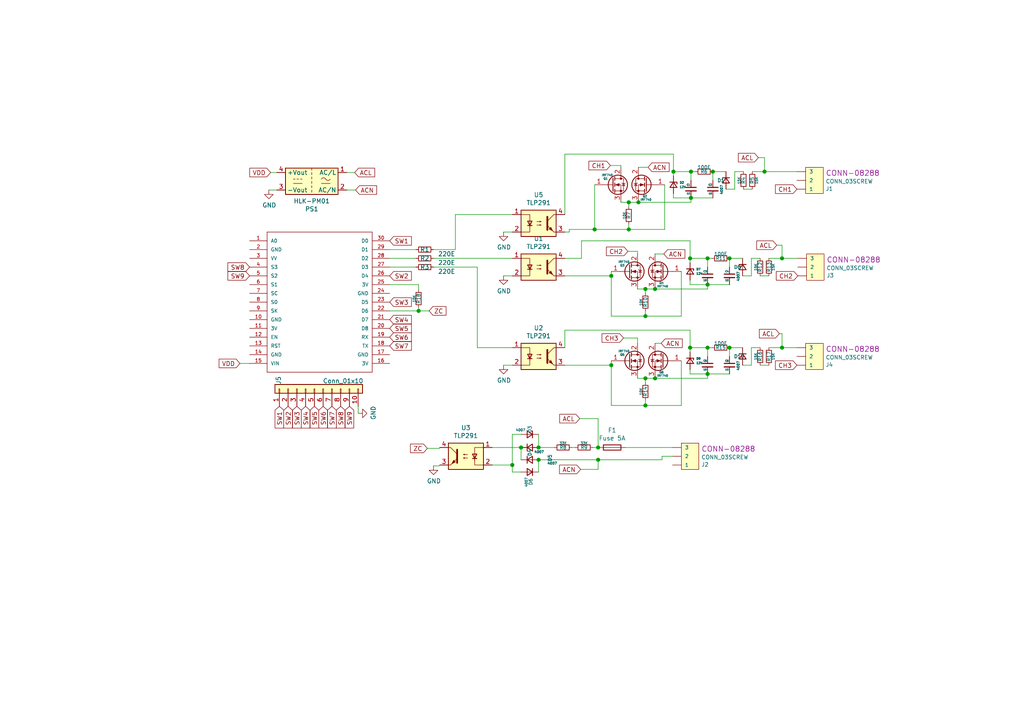
<source format=kicad_sch>
(kicad_sch (version 20210621) (generator eeschema)
  (paper "A4")
  (lib_symbols
    (symbol "Connector_Generic:Conn_01x10" (pin_names (offset 1.016) hide)
      (property "Reference" "J" (at 0 12.7 0))
      (property "Value" "Conn_01x10" (at 0 -15.24 0))
      (symbol "Conn_01x10_1_1"
        (rectangle (start -1.27 -12.573) (end 0 -12.827) (stroke (width 0.1524)))
        (rectangle (start -1.27 -10.033) (end 0 -10.287) (stroke (width 0.1524)))
        (rectangle (start -1.27 -7.493) (end 0 -7.747) (stroke (width 0.1524)))
        (rectangle (start -1.27 -4.953) (end 0 -5.207) (stroke (width 0.1524)))
        (rectangle (start -1.27 -2.413) (end 0 -2.667) (stroke (width 0.1524)))
        (rectangle (start -1.27 0.127) (end 0 -0.127) (stroke (width 0.1524)))
        (rectangle (start -1.27 2.667) (end 0 2.413) (stroke (width 0.1524)))
        (rectangle (start -1.27 5.207) (end 0 4.953) (stroke (width 0.1524)))
        (rectangle (start -1.27 7.747) (end 0 7.493) (stroke (width 0.1524)))
        (rectangle (start -1.27 10.287) (end 0 10.033) (stroke (width 0.1524)))
        (rectangle (start -1.27 11.43) (end 1.27 -13.97) (stroke (width 0.254)) (fill (type background)))
        (pin passive line (at -5.08 10.16 0) (length 3.81) (name "Pin_1") (number "1"))
        (pin passive line (at -5.08 -12.7 0) (length 3.81) (name "Pin_10") (number "10"))
        (pin passive line (at -5.08 7.62 0) (length 3.81) (name "Pin_2") (number "2"))
        (pin passive line (at -5.08 5.08 0) (length 3.81) (name "Pin_3") (number "3"))
        (pin passive line (at -5.08 2.54 0) (length 3.81) (name "Pin_4") (number "4"))
        (pin passive line (at -5.08 0 0) (length 3.81) (name "Pin_5") (number "5"))
        (pin passive line (at -5.08 -2.54 0) (length 3.81) (name "Pin_6") (number "6"))
        (pin passive line (at -5.08 -5.08 0) (length 3.81) (name "Pin_7") (number "7"))
        (pin passive line (at -5.08 -7.62 0) (length 3.81) (name "Pin_8") (number "8"))
        (pin passive line (at -5.08 -10.16 0) (length 3.81) (name "Pin_9") (number "9"))
      )
    )
    (symbol "Converter_ACDC:HLK-PM01"
      (property "Reference" "PS" (at 0 5.08 0))
      (property "Value" "HLK-PM01" (at 0 -5.08 0))
      (symbol "HLK-PM01_0_1"
        (arc (start -5.334 0.635) (end -4.064 0.635) (radius (at -4.699 0.9652) (length 0.7112) (angles -152.5 -27.5)))
        (arc (start -2.794 0.635) (end -4.064 0.635) (radius (at -3.429 0.2794) (length 0.7366) (angles 29.2 150.8)))
        (rectangle (start -7.62 3.81) (end 7.62 -3.81) (stroke (width 0.254)) (fill (type background)))
        (polyline (pts (xy -5.334 -0.635) (xy -2.794 -0.635)))
        (polyline (pts (xy 0 -2.54) (xy 0 -3.175)))
        (polyline (pts (xy 0 -1.27) (xy 0 -1.905)))
        (polyline (pts (xy 0 0) (xy 0 -0.635)))
        (polyline (pts (xy 0 1.27) (xy 0 0.635)))
        (polyline (pts (xy 0 2.54) (xy 0 1.905)))
        (polyline (pts (xy 0 3.81) (xy 0 3.175)))
        (polyline (pts (xy 2.794 -0.635) (xy 5.334 -0.635)))
        (polyline (pts (xy 2.794 0.635) (xy 3.302 0.635)))
        (polyline (pts (xy 3.81 0.635) (xy 4.318 0.635)))
        (polyline (pts (xy 4.826 0.635) (xy 5.334 0.635)))
      )
      (symbol "HLK-PM01_1_1"
        (pin power_in line (at -10.16 2.54 0) (length 2.54) (name "AC/L") (number "1"))
        (pin power_in line (at -10.16 -2.54 0) (length 2.54) (name "AC/N") (number "2"))
        (pin power_out line (at 10.16 -2.54 180) (length 2.54) (name "-Vout") (number "3"))
        (pin power_out line (at 10.16 2.54 180) (length 2.54) (name "+Vout") (number "4"))
      )
    )
    (symbol "Device:C_Small" (pin_numbers hide) (pin_names (offset 0.254) hide)
      (property "Reference" "C" (at 0.254 1.778 0))
      (property "Value" "C_Small" (at 0.254 -2.032 0))
      (symbol "C_Small_0_1"
        (polyline (pts (xy -1.524 -0.508) (xy 1.524 -0.508)) (stroke (width 0.3302)))
        (polyline (pts (xy -1.524 0.508) (xy 1.524 0.508)) (stroke (width 0.3048)))
      )
      (symbol "C_Small_1_1"
        (pin passive line (at 0 2.54 270) (length 2.032) (name "~") (number "1"))
        (pin passive line (at 0 -2.54 90) (length 2.032) (name "~") (number "2"))
      )
    )
    (symbol "Device:D_Small" (pin_numbers hide) (pin_names (offset 0.254) hide)
      (property "Reference" "D" (at -1.27 2.032 0))
      (property "Value" "D_Small" (at -3.81 -2.032 0))
      (symbol "D_Small_0_1"
        (polyline (pts (xy -0.762 -1.016) (xy -0.762 1.016)) (stroke (width 0.254)))
        (polyline (pts (xy -0.762 0) (xy 0.762 0)))
        (polyline (pts (xy 0.762 -1.016) (xy -0.762 0) (xy 0.762 1.016) (xy 0.762 -1.016)) (stroke (width 0.254)))
      )
      (symbol "D_Small_1_1"
        (pin passive line (at -2.54 0 0) (length 1.778) (name "K") (number "1"))
        (pin passive line (at 2.54 0 180) (length 1.778) (name "A") (number "2"))
      )
    )
    (symbol "Device:D_Zener_Small" (pin_numbers hide) (pin_names (offset 0.254) hide)
      (property "Reference" "D" (at 0 2.286 0))
      (property "Value" "D_Zener_Small" (at 0 -2.286 0))
      (symbol "D_Zener_Small_0_1"
        (polyline (pts (xy 0.762 0) (xy -0.762 0)))
        (polyline (pts (xy -0.254 1.016) (xy -0.762 1.016) (xy -0.762 -1.016)) (stroke (width 0.254)))
        (polyline (pts (xy 0.762 1.016) (xy -0.762 0) (xy 0.762 -1.016) (xy 0.762 1.016)) (stroke (width 0.254)))
      )
      (symbol "D_Zener_Small_1_1"
        (pin passive line (at -2.54 0 0) (length 1.778) (name "K") (number "1"))
        (pin passive line (at 2.54 0 180) (length 1.778) (name "A") (number "2"))
      )
    )
    (symbol "Device:Fuse" (pin_numbers hide) (pin_names (offset 0))
      (property "Reference" "F" (at 2.032 0 90))
      (property "Value" "Fuse" (at -1.905 0 90))
      (symbol "Fuse_0_1"
        (rectangle (start -0.762 -2.54) (end 0.762 2.54) (stroke (width 0.254)))
        (polyline (pts (xy 0 2.54) (xy 0 -2.54)))
      )
      (symbol "Fuse_1_1"
        (pin passive line (at 0 3.81 270) (length 1.27) (name "~") (number "1"))
        (pin passive line (at 0 -3.81 90) (length 1.27) (name "~") (number "2"))
      )
    )
    (symbol "Device:R_Small" (pin_numbers hide) (pin_names (offset 0.254) hide)
      (property "Reference" "R" (at 0.762 0.508 0))
      (property "Value" "R_Small" (at 0.762 -1.016 0))
      (symbol "R_Small_0_1"
        (rectangle (start -0.762 1.778) (end 0.762 -1.778) (stroke (width 0.2032)))
      )
      (symbol "R_Small_1_1"
        (pin passive line (at 0 2.54 270) (length 0.762) (name "~") (number "1"))
        (pin passive line (at 0 -2.54 90) (length 0.762) (name "~") (number "2"))
      )
    )
    (symbol "Isolator:TLP291"
      (property "Reference" "U" (at -5.08 5.08 0))
      (property "Value" "TLP291" (at 0 5.08 0))
      (symbol "TLP291_0_1"
        (rectangle (start -5.08 3.81) (end 5.08 -3.81) (stroke (width 0.254)) (fill (type background)))
        (polyline (pts (xy -3.175 -0.635) (xy -1.905 -0.635)) (stroke (width 0.254)))
        (polyline (pts (xy 2.54 0.635) (xy 4.445 2.54)))
        (polyline (pts (xy 4.445 -2.54) (xy 5.08 -2.54)))
        (polyline (pts (xy 4.445 2.54) (xy 5.08 2.54)))
        (polyline (pts (xy -2.54 -0.635) (xy -2.54 -2.54) (xy -5.08 -2.54)))
        (polyline (pts (xy 2.54 1.905) (xy 2.54 -1.905) (xy 2.54 -1.905)) (stroke (width 0.508)))
        (polyline (pts (xy -5.08 2.54) (xy -2.54 2.54) (xy -2.54 -1.27) (xy -2.54 0.635)))
        (polyline (pts (xy -2.54 -0.635) (xy -3.175 0.635) (xy -1.905 0.635) (xy -2.54 -0.635)) (stroke (width 0.254)))
        (polyline (pts (xy -0.508 -0.508) (xy 0.762 -0.508) (xy 0.381 -0.635) (xy 0.381 -0.381) (xy 0.762 -0.508)))
        (polyline (pts (xy -0.508 0.508) (xy 0.762 0.508) (xy 0.381 0.381) (xy 0.381 0.635) (xy 0.762 0.508)))
        (polyline (pts (xy 4.445 -2.54) (xy 2.54 -0.635)) (fill (type outline)))
        (polyline (pts (xy 3.048 -1.651) (xy 3.556 -1.143) (xy 4.064 -2.159) (xy 3.048 -1.651) (xy 3.048 -1.651)) (fill (type outline)))
      )
      (symbol "TLP291_1_1"
        (pin passive line (at -7.62 2.54 0) (length 2.54) (name "~") (number "1"))
        (pin passive line (at -7.62 -2.54 0) (length 2.54) (name "~") (number "2"))
        (pin passive line (at 7.62 -2.54 180) (length 2.54) (name "~") (number "3"))
        (pin passive line (at 7.62 2.54 180) (length 2.54) (name "~") (number "4"))
      )
    )
    (symbol "Transistor_FET:IRF740" (pin_names hide)
      (property "Reference" "Q" (at 6.35 1.905 0))
      (property "Value" "IRF740" (at 6.35 0 0))
      (symbol "IRF740_0_1"
        (circle (center 1.651 0) (radius 2.794) (stroke (width 0.254)))
        (circle (center 2.54 -1.778) (radius 0.254) (fill (type outline)))
        (circle (center 2.54 1.778) (radius 0.254) (fill (type outline)))
        (polyline (pts (xy 0.254 0) (xy -2.54 0)))
        (polyline (pts (xy 0.254 1.905) (xy 0.254 -1.905)) (stroke (width 0.254)))
        (polyline (pts (xy 0.762 -1.27) (xy 0.762 -2.286)) (stroke (width 0.254)))
        (polyline (pts (xy 0.762 0.508) (xy 0.762 -0.508)) (stroke (width 0.254)))
        (polyline (pts (xy 0.762 2.286) (xy 0.762 1.27)) (stroke (width 0.254)))
        (polyline (pts (xy 2.54 2.54) (xy 2.54 1.778)))
        (polyline (pts (xy 2.54 -2.54) (xy 2.54 0) (xy 0.762 0)))
        (polyline (pts (xy 0.762 -1.778) (xy 3.302 -1.778) (xy 3.302 1.778) (xy 0.762 1.778)))
        (polyline (pts (xy 2.794 0.508) (xy 2.921 0.381) (xy 3.683 0.381) (xy 3.81 0.254)))
        (polyline (pts (xy 3.302 0.381) (xy 2.921 -0.254) (xy 3.683 -0.254) (xy 3.302 0.381)))
        (polyline (pts (xy 1.016 0) (xy 2.032 0.381) (xy 2.032 -0.381) (xy 1.016 0)) (fill (type outline)))
      )
      (symbol "IRF740_1_1"
        (pin input line (at -5.08 0 0) (length 2.54) (name "G") (number "1"))
        (pin passive line (at 2.54 5.08 270) (length 2.54) (name "D") (number "2"))
        (pin passive line (at 2.54 -5.08 90) (length 2.54) (name "S") (number "3"))
      )
    )
    (symbol "nodemcu01-rescue:CONN_03SCREW-SparkFun-Connectors" (pin_numbers hide) (pin_names (offset 1.016))
      (property "Reference" "J" (at -5.08 7.62 0))
      (property "Value" "CONN_03SCREW-SparkFun-Connectors" (at -5.08 -3.81 0))
      (property "Field4" "CONN-08288" (at 0 11.43 0))
      (symbol "CONN_03SCREW-SparkFun-Connectors_0_1"
        (rectangle (start 0 -1.27) (end -5.08 6.35) (fill (type background)))
      )
      (symbol "CONN_03SCREW-SparkFun-Connectors_1_1"
        (pin passive line (at 2.54 0 180) (length 2.54) (name "1") (number "1"))
        (pin passive line (at 2.54 2.54 180) (length 2.54) (name "2") (number "2"))
        (pin passive line (at 2.54 5.08 180) (length 2.54) (name "3") (number "3"))
      )
    )
    (symbol "nodemcu01-rescue:NODEMCU-nodemcu2" (pin_names (offset 1.016))
      (symbol "NODEMCU-nodemcu2_1_0"
        (polyline (pts (xy -15.24 -20.32) (xy -15.24 20.32)))
        (polyline (pts (xy -15.24 20.32) (xy 15.24 20.32)))
        (polyline (pts (xy 15.24 -20.32) (xy -15.24 -20.32)))
        (polyline (pts (xy 15.24 20.32) (xy 15.24 -20.32)))
      )
      (symbol "NODEMCU-nodemcu2_1_1"
        (pin bidirectional line (at -20.32 17.78 0) (length 5.08) (name "A0") (number "1"))
        (pin power_in line (at -20.32 -5.08 0) (length 5.08) (name "GND") (number "10"))
        (pin power_in line (at -20.32 -7.62 0) (length 5.08) (name "3V") (number "11"))
        (pin bidirectional line (at -20.32 -10.16 0) (length 5.08) (name "EN") (number "12"))
        (pin bidirectional line (at -20.32 -12.7 0) (length 5.08) (name "RST") (number "13"))
        (pin power_in line (at -20.32 -15.24 0) (length 5.08) (name "GND") (number "14"))
        (pin bidirectional line (at -20.32 -17.78 0) (length 5.08) (name "VIN") (number "15"))
        (pin power_in line (at 20.32 -17.78 180) (length 5.08) (name "3V") (number "16"))
        (pin power_in line (at 20.32 -15.24 180) (length 5.08) (name "GND") (number "17"))
        (pin bidirectional line (at 20.32 -12.7 180) (length 5.08) (name "TX") (number "18"))
        (pin bidirectional line (at 20.32 -10.16 180) (length 5.08) (name "RX") (number "19"))
        (pin power_in line (at -20.32 15.24 0) (length 5.08) (name "GND") (number "2"))
        (pin bidirectional line (at 20.32 -7.62 180) (length 5.08) (name "D8") (number "20"))
        (pin bidirectional line (at 20.32 -5.08 180) (length 5.08) (name "D7") (number "21"))
        (pin bidirectional line (at 20.32 -2.54 180) (length 5.08) (name "D6") (number "22"))
        (pin bidirectional line (at 20.32 0 180) (length 5.08) (name "D5") (number "23"))
        (pin power_in line (at 20.32 2.54 180) (length 5.08) (name "GND") (number "24"))
        (pin power_in line (at 20.32 5.08 180) (length 5.08) (name "3V") (number "25"))
        (pin bidirectional line (at 20.32 7.62 180) (length 5.08) (name "D4") (number "26"))
        (pin bidirectional line (at 20.32 10.16 180) (length 5.08) (name "D3") (number "27"))
        (pin bidirectional line (at 20.32 12.7 180) (length 5.08) (name "D2") (number "28"))
        (pin bidirectional line (at 20.32 15.24 180) (length 5.08) (name "D1") (number "29"))
        (pin bidirectional line (at -20.32 12.7 0) (length 5.08) (name "VV") (number "3"))
        (pin bidirectional line (at 20.32 17.78 180) (length 5.08) (name "D0") (number "30"))
        (pin bidirectional line (at -20.32 10.16 0) (length 5.08) (name "S3") (number "4"))
        (pin bidirectional line (at -20.32 7.62 0) (length 5.08) (name "S2") (number "5"))
        (pin bidirectional line (at -20.32 5.08 0) (length 5.08) (name "S1") (number "6"))
        (pin bidirectional line (at -20.32 2.54 0) (length 5.08) (name "SC") (number "7"))
        (pin bidirectional line (at -20.32 0 0) (length 5.08) (name "S0") (number "8"))
        (pin bidirectional line (at -20.32 -2.54 0) (length 5.08) (name "SK") (number "9"))
      )
    )
    (symbol "power:GND" (power) (pin_names (offset 0))
      (property "Value" "GND" (at 0 -3.81 0))
      (symbol "GND_0_1"
        (polyline (pts (xy 0 0) (xy 0 -1.27) (xy 1.27 -1.27) (xy 0 -2.54) (xy -1.27 -1.27) (xy 0 -1.27)))
      )
      (symbol "GND_1_1"
        (pin power_in line (at 0 0 270) (length 0) hide (name "GND") (number "1"))
      )
    )
  )
  (junction (at 121.412 90.17) (diameter 1.016))
  (junction (at 148.59 134.874) (diameter 1.016))
  (junction (at 151.13 129.794) (diameter 1.016))
  (junction (at 156.21 129.794) (diameter 1.016))
  (junction (at 156.21 133.35) (diameter 1.016))
  (junction (at 172.466 66.548) (diameter 1.016))
  (junction (at 173.482 129.794) (diameter 1.016))
  (junction (at 173.482 133.35) (diameter 1.016))
  (junction (at 177.292 80.01) (diameter 1.016))
  (junction (at 177.292 105.918) (diameter 1.016))
  (junction (at 182.372 58.674) (diameter 1.016))
  (junction (at 182.372 66.548) (diameter 1.016))
  (junction (at 185.166 58.674) (diameter 1.016))
  (junction (at 187.198 83.82) (diameter 1.016))
  (junction (at 187.198 91.694) (diameter 1.016))
  (junction (at 187.198 109.728) (diameter 1.016))
  (junction (at 187.198 117.602) (diameter 1.016))
  (junction (at 189.992 83.82) (diameter 1.016))
  (junction (at 189.992 109.728) (diameter 1.016))
  (junction (at 195.326 49.784) (diameter 1.016))
  (junction (at 200.152 74.93) (diameter 1.016))
  (junction (at 200.152 100.838) (diameter 1.016))
  (junction (at 200.406 49.784) (diameter 1.016))
  (junction (at 200.406 57.404) (diameter 1.016))
  (junction (at 205.232 74.93) (diameter 1.016))
  (junction (at 205.232 82.55) (diameter 1.016))
  (junction (at 205.232 100.838) (diameter 1.016))
  (junction (at 205.232 108.458) (diameter 1.016))
  (junction (at 206.756 49.784) (diameter 1.016))
  (junction (at 211.582 74.93) (diameter 1.016))
  (junction (at 211.582 100.838) (diameter 1.016))
  (junction (at 221.742 49.784) (diameter 1.016))
  (junction (at 226.822 74.93) (diameter 1.016))
  (junction (at 226.822 100.838) (diameter 1.016))
  (wire (pts (xy 69.596 105.41) (xy 72.39 105.41)))
  (wire (pts (xy 78.486 50.038) (xy 80.264 50.038)))
  (wire (pts (xy 80.264 55.118) (xy 77.978 55.118)))
  (wire (pts (xy 102.87 50.038) (xy 100.584 50.038)))
  (wire (pts (xy 103.124 55.118) (xy 100.584 55.118)))
  (wire (pts (xy 103.886 117.856) (xy 103.886 119.888)))
  (wire (pts (xy 113.03 72.39) (xy 120.65 72.39)))
  (wire (pts (xy 113.03 74.93) (xy 120.65 74.93)))
  (wire (pts (xy 113.03 77.47) (xy 120.65 77.47)))
  (wire (pts (xy 113.03 82.55) (xy 121.412 82.55)))
  (wire (pts (xy 113.03 90.17) (xy 121.412 90.17)))
  (wire (pts (xy 121.412 82.55) (xy 121.412 84.074)))
  (wire (pts (xy 121.412 89.154) (xy 121.412 90.17)))
  (wire (pts (xy 121.412 90.17) (xy 124.46 90.17)))
  (wire (pts (xy 123.952 130.048) (xy 127.508 130.048)))
  (wire (pts (xy 125.73 72.39) (xy 132.08 72.39)))
  (wire (pts (xy 125.73 74.93) (xy 148.59 74.93)))
  (wire (pts (xy 125.73 77.47) (xy 138.43 77.47)))
  (wire (pts (xy 127.508 135.128) (xy 125.73 135.128)))
  (wire (pts (xy 132.08 62.23) (xy 148.59 62.23)))
  (wire (pts (xy 132.08 72.39) (xy 132.08 62.23)))
  (wire (pts (xy 138.43 77.47) (xy 138.43 100.838)))
  (wire (pts (xy 138.43 100.838) (xy 148.59 100.838)))
  (wire (pts (xy 142.748 129.794) (xy 151.13 129.794)))
  (wire (pts (xy 142.748 134.874) (xy 148.59 134.874)))
  (wire (pts (xy 146.05 67.31) (xy 148.59 67.31)))
  (wire (pts (xy 148.59 80.01) (xy 146.05 80.01)))
  (wire (pts (xy 148.59 105.918) (xy 146.05 105.918)))
  (wire (pts (xy 148.59 125.984) (xy 148.59 134.874)))
  (wire (pts (xy 148.59 125.984) (xy 151.13 125.984)))
  (wire (pts (xy 148.59 134.874) (xy 148.59 136.906)))
  (wire (pts (xy 151.13 129.794) (xy 151.13 133.35)))
  (wire (pts (xy 151.13 136.906) (xy 148.59 136.906)))
  (wire (pts (xy 155.956 133.35) (xy 156.21 133.35)))
  (wire (pts (xy 156.21 125.984) (xy 156.21 129.794)))
  (wire (pts (xy 156.21 133.35) (xy 173.482 133.35)))
  (wire (pts (xy 156.21 136.906) (xy 156.21 133.35)))
  (wire (pts (xy 160.782 129.794) (xy 156.21 129.794)))
  (wire (pts (xy 163.83 44.704) (xy 195.326 44.704)))
  (wire (pts (xy 163.83 62.23) (xy 163.83 44.704)))
  (wire (pts (xy 163.83 67.31) (xy 165.1 67.31)))
  (wire (pts (xy 163.83 74.93) (xy 168.656 74.93)))
  (wire (pts (xy 163.83 80.01) (xy 177.292 80.01)))
  (wire (pts (xy 163.83 95.758) (xy 163.83 100.838)))
  (wire (pts (xy 163.83 105.918) (xy 177.292 105.918)))
  (wire (pts (xy 165.1 66.548) (xy 172.466 66.548)))
  (wire (pts (xy 165.1 67.31) (xy 165.1 66.548)))
  (wire (pts (xy 166.878 129.794) (xy 165.862 129.794)))
  (wire (pts (xy 168.148 121.412) (xy 173.482 121.412)))
  (wire (pts (xy 168.402 136.144) (xy 173.482 136.144)))
  (wire (pts (xy 168.656 69.85) (xy 200.152 69.85)))
  (wire (pts (xy 168.656 74.93) (xy 168.656 69.85)))
  (wire (pts (xy 171.958 129.794) (xy 173.482 129.794)))
  (wire (pts (xy 172.466 53.594) (xy 172.466 66.548)))
  (wire (pts (xy 172.466 66.548) (xy 182.372 66.548)))
  (wire (pts (xy 173.482 121.412) (xy 173.482 129.794)))
  (wire (pts (xy 173.482 129.794) (xy 173.736 129.794)))
  (wire (pts (xy 173.482 133.35) (xy 192.024 133.35)))
  (wire (pts (xy 173.482 136.144) (xy 173.482 133.35)))
  (wire (pts (xy 177.038 48.006) (xy 180.086 48.006)))
  (wire (pts (xy 177.292 78.74) (xy 177.292 80.01)))
  (wire (pts (xy 177.292 80.01) (xy 177.292 91.694)))
  (wire (pts (xy 177.292 91.694) (xy 187.198 91.694)))
  (wire (pts (xy 177.292 104.648) (xy 177.292 105.918)))
  (wire (pts (xy 177.292 105.918) (xy 177.292 117.602)))
  (wire (pts (xy 177.292 117.602) (xy 187.198 117.602)))
  (wire (pts (xy 180.086 48.006) (xy 180.086 48.514)))
  (wire (pts (xy 180.086 58.674) (xy 182.372 58.674)))
  (wire (pts (xy 180.848 98.044) (xy 184.912 98.044)))
  (wire (pts (xy 182.118 72.898) (xy 184.912 72.898)))
  (wire (pts (xy 182.372 58.674) (xy 185.166 58.674)))
  (wire (pts (xy 182.372 59.944) (xy 182.372 58.674)))
  (wire (pts (xy 182.372 65.024) (xy 182.372 66.548)))
  (wire (pts (xy 182.372 66.548) (xy 192.786 66.548)))
  (wire (pts (xy 184.912 72.898) (xy 184.912 73.66)))
  (wire (pts (xy 184.912 83.82) (xy 187.198 83.82)))
  (wire (pts (xy 184.912 98.044) (xy 184.912 99.568)))
  (wire (pts (xy 184.912 109.728) (xy 187.198 109.728)))
  (wire (pts (xy 185.166 58.674) (xy 200.406 58.674)))
  (wire (pts (xy 187.198 83.82) (xy 189.992 83.82)))
  (wire (pts (xy 187.198 85.09) (xy 187.198 83.82)))
  (wire (pts (xy 187.198 90.17) (xy 187.198 91.694)))
  (wire (pts (xy 187.198 91.694) (xy 197.612 91.694)))
  (wire (pts (xy 187.198 109.728) (xy 189.992 109.728)))
  (wire (pts (xy 187.198 110.998) (xy 187.198 109.728)))
  (wire (pts (xy 187.198 116.078) (xy 187.198 117.602)))
  (wire (pts (xy 187.198 117.602) (xy 197.612 117.602)))
  (wire (pts (xy 187.96 48.514) (xy 185.166 48.514)))
  (wire (pts (xy 189.992 83.82) (xy 205.232 83.82)))
  (wire (pts (xy 189.992 109.728) (xy 205.232 109.728)))
  (wire (pts (xy 191.77 99.568) (xy 189.992 99.568)))
  (wire (pts (xy 192.024 132.334) (xy 195.072 132.334)))
  (wire (pts (xy 192.024 133.35) (xy 192.024 132.334)))
  (wire (pts (xy 192.532 73.66) (xy 189.992 73.66)))
  (wire (pts (xy 192.786 66.548) (xy 192.786 53.594)))
  (wire (pts (xy 195.072 129.794) (xy 181.356 129.794)))
  (wire (pts (xy 195.326 44.704) (xy 195.326 49.784)))
  (wire (pts (xy 195.326 49.784) (xy 200.406 49.784)))
  (wire (pts (xy 195.326 51.054) (xy 195.326 49.784)))
  (wire (pts (xy 195.326 56.134) (xy 195.326 57.404)))
  (wire (pts (xy 195.326 57.404) (xy 200.406 57.404)))
  (wire (pts (xy 197.612 91.694) (xy 197.612 78.74)))
  (wire (pts (xy 197.612 117.602) (xy 197.612 104.648)))
  (wire (pts (xy 200.152 69.85) (xy 200.152 74.93)))
  (wire (pts (xy 200.152 74.93) (xy 205.232 74.93)))
  (wire (pts (xy 200.152 76.2) (xy 200.152 74.93)))
  (wire (pts (xy 200.152 81.28) (xy 200.152 82.55)))
  (wire (pts (xy 200.152 82.55) (xy 205.232 82.55)))
  (wire (pts (xy 200.152 95.758) (xy 163.83 95.758)))
  (wire (pts (xy 200.152 95.758) (xy 200.152 100.838)))
  (wire (pts (xy 200.152 100.838) (xy 205.232 100.838)))
  (wire (pts (xy 200.152 102.108) (xy 200.152 100.838)))
  (wire (pts (xy 200.152 107.188) (xy 200.152 108.458)))
  (wire (pts (xy 200.152 108.458) (xy 205.232 108.458)))
  (wire (pts (xy 200.406 49.784) (xy 201.676 49.784)))
  (wire (pts (xy 200.406 52.324) (xy 200.406 49.784)))
  (wire (pts (xy 200.406 57.404) (xy 206.756 57.404)))
  (wire (pts (xy 200.406 58.674) (xy 200.406 57.404)))
  (wire (pts (xy 205.232 74.93) (xy 206.502 74.93)))
  (wire (pts (xy 205.232 77.47) (xy 205.232 74.93)))
  (wire (pts (xy 205.232 82.55) (xy 211.582 82.55)))
  (wire (pts (xy 205.232 83.82) (xy 205.232 82.55)))
  (wire (pts (xy 205.232 100.838) (xy 206.502 100.838)))
  (wire (pts (xy 205.232 103.378) (xy 205.232 100.838)))
  (wire (pts (xy 205.232 108.458) (xy 211.582 108.458)))
  (wire (pts (xy 205.232 109.728) (xy 205.232 108.458)))
  (wire (pts (xy 206.756 52.324) (xy 206.756 49.784)))
  (wire (pts (xy 210.566 49.784) (xy 206.756 49.784)))
  (wire (pts (xy 210.566 54.864) (xy 213.106 54.864)))
  (wire (pts (xy 211.582 77.47) (xy 211.582 74.93)))
  (wire (pts (xy 211.582 103.378) (xy 211.582 100.838)))
  (wire (pts (xy 213.106 49.784) (xy 215.646 49.784)))
  (wire (pts (xy 213.106 54.864) (xy 213.106 49.784)))
  (wire (pts (xy 215.392 74.93) (xy 211.582 74.93)))
  (wire (pts (xy 215.392 80.01) (xy 217.932 80.01)))
  (wire (pts (xy 215.392 100.838) (xy 211.582 100.838)))
  (wire (pts (xy 215.392 105.918) (xy 217.932 105.918)))
  (wire (pts (xy 217.932 74.93) (xy 220.472 74.93)))
  (wire (pts (xy 217.932 80.01) (xy 217.932 74.93)))
  (wire (pts (xy 217.932 100.838) (xy 220.472 100.838)))
  (wire (pts (xy 217.932 105.918) (xy 217.932 100.838)))
  (wire (pts (xy 218.186 49.784) (xy 221.742 49.784)))
  (wire (pts (xy 218.186 54.864) (xy 215.646 54.864)))
  (wire (pts (xy 219.964 45.72) (xy 221.742 45.72)))
  (wire (pts (xy 221.742 45.72) (xy 221.742 49.784)))
  (wire (pts (xy 221.742 49.784) (xy 231.14 49.784)))
  (wire (pts (xy 223.012 74.93) (xy 226.822 74.93)))
  (wire (pts (xy 223.012 80.01) (xy 220.472 80.01)))
  (wire (pts (xy 223.012 100.838) (xy 226.822 100.838)))
  (wire (pts (xy 223.012 105.918) (xy 220.472 105.918)))
  (wire (pts (xy 225.298 71.12) (xy 226.822 71.12)))
  (wire (pts (xy 226.06 96.774) (xy 226.822 96.774)))
  (wire (pts (xy 226.822 71.12) (xy 226.822 74.93)))
  (wire (pts (xy 226.822 96.774) (xy 226.822 100.838)))
  (wire (pts (xy 231.14 100.838) (xy 226.822 100.838)))
  (wire (pts (xy 231.394 74.93) (xy 226.822 74.93)))
  (global_label "VDD" (shape input) (at 69.596 105.41 180) (property "Intersheet References" "${INTERSHEET_REFS}" (effects hide)))
  (global_label "SW8" (shape input) (at 72.39 77.47 180) (property "Intersheet References" "${INTERSHEET_REFS}" (effects hide)))
  (global_label "SW9" (shape input) (at 72.39 80.01 180) (property "Intersheet References" "${INTERSHEET_REFS}" (effects hide)))
  (global_label "VDD" (shape input) (at 78.486 50.038 180) (property "Intersheet References" "${INTERSHEET_REFS}" (effects hide)))
  (global_label "SW1" (shape input) (at 81.026 117.856 270) (property "Intersheet References" "${INTERSHEET_REFS}" (effects hide)))
  (global_label "SW2" (shape input) (at 83.566 117.856 270) (property "Intersheet References" "${INTERSHEET_REFS}" (effects hide)))
  (global_label "SW3" (shape input) (at 86.106 117.856 270) (property "Intersheet References" "${INTERSHEET_REFS}" (effects hide)))
  (global_label "SW4" (shape input) (at 88.646 117.856 270) (property "Intersheet References" "${INTERSHEET_REFS}" (effects hide)))
  (global_label "SW5" (shape input) (at 91.186 117.856 270) (property "Intersheet References" "${INTERSHEET_REFS}" (effects hide)))
  (global_label "SW6" (shape input) (at 93.726 117.856 270) (property "Intersheet References" "${INTERSHEET_REFS}" (effects hide)))
  (global_label "SW7" (shape input) (at 96.266 117.856 270) (property "Intersheet References" "${INTERSHEET_REFS}" (effects hide)))
  (global_label "SW8" (shape input) (at 98.806 117.856 270) (property "Intersheet References" "${INTERSHEET_REFS}" (effects hide)))
  (global_label "SW9" (shape input) (at 101.346 117.856 270) (property "Intersheet References" "${INTERSHEET_REFS}" (effects hide)))
  (global_label "ACL" (shape input) (at 102.87 50.038 0) (property "Intersheet References" "${INTERSHEET_REFS}" (effects hide)))
  (global_label "ACN" (shape input) (at 103.124 55.118 0) (property "Intersheet References" "${INTERSHEET_REFS}" (effects hide)))
  (global_label "SW1" (shape input) (at 113.03 69.85 0) (property "Intersheet References" "${INTERSHEET_REFS}" (effects hide)))
  (global_label "SW2" (shape input) (at 113.03 80.01 0) (property "Intersheet References" "${INTERSHEET_REFS}" (effects hide)))
  (global_label "SW3" (shape input) (at 113.03 87.63 0) (property "Intersheet References" "${INTERSHEET_REFS}" (effects hide)))
  (global_label "SW4" (shape input) (at 113.03 92.71 0) (property "Intersheet References" "${INTERSHEET_REFS}" (effects hide)))
  (global_label "SW5" (shape input) (at 113.03 95.25 0) (property "Intersheet References" "${INTERSHEET_REFS}" (effects hide)))
  (global_label "SW6" (shape input) (at 113.03 97.79 0) (property "Intersheet References" "${INTERSHEET_REFS}" (effects hide)))
  (global_label "SW7" (shape input) (at 113.03 100.33 0) (property "Intersheet References" "${INTERSHEET_REFS}" (effects hide)))
  (global_label "ZC" (shape input) (at 123.952 130.048 180) (property "Intersheet References" "${INTERSHEET_REFS}" (effects hide)))
  (global_label "ZC" (shape input) (at 124.46 90.17 0) (property "Intersheet References" "${INTERSHEET_REFS}" (effects hide)))
  (global_label "ACL" (shape input) (at 168.148 121.412 180) (property "Intersheet References" "${INTERSHEET_REFS}" (effects hide)))
  (global_label "ACN" (shape input) (at 168.402 136.144 180) (property "Intersheet References" "${INTERSHEET_REFS}" (effects hide)))
  (global_label "CH1" (shape input) (at 177.038 48.006 180) (property "Intersheet References" "${INTERSHEET_REFS}" (effects hide)))
  (global_label "CH3" (shape input) (at 180.848 98.044 180) (property "Intersheet References" "${INTERSHEET_REFS}" (effects hide)))
  (global_label "CH2" (shape input) (at 182.118 72.898 180) (property "Intersheet References" "${INTERSHEET_REFS}" (effects hide)))
  (global_label "ACN" (shape input) (at 187.96 48.514 0) (property "Intersheet References" "${INTERSHEET_REFS}" (effects hide)))
  (global_label "ACN" (shape input) (at 191.77 99.568 0) (property "Intersheet References" "${INTERSHEET_REFS}" (effects hide)))
  (global_label "ACN" (shape input) (at 192.532 73.66 0) (property "Intersheet References" "${INTERSHEET_REFS}" (effects hide)))
  (global_label "ACL" (shape input) (at 219.964 45.72 180) (property "Intersheet References" "${INTERSHEET_REFS}" (effects hide)))
  (global_label "ACL" (shape input) (at 225.298 71.12 180) (property "Intersheet References" "${INTERSHEET_REFS}" (effects hide)))
  (global_label "ACL" (shape input) (at 226.06 96.774 180) (property "Intersheet References" "${INTERSHEET_REFS}" (effects hide)))
  (global_label "CH1" (shape input) (at 231.14 54.864 180) (property "Intersheet References" "${INTERSHEET_REFS}" (effects hide)))
  (global_label "CH3" (shape input) (at 231.14 105.918 180) (property "Intersheet References" "${INTERSHEET_REFS}" (effects hide)))
  (global_label "CH2" (shape input) (at 231.394 80.01 180) (property "Intersheet References" "${INTERSHEET_REFS}" (effects hide)))
  (symbol (lib_id "power:GND") (at 77.978 55.118 0) (unit 1)
    (property "Reference" "#PWR0105" (effects hide))
    (property "Value" "GND" (at 78.105 59.5122 0))
  )
  (symbol (lib_id "power:GND") (at 103.886 119.888 90) (unit 1)
    (property "Reference" "#PWR0106" (effects hide))
    (property "Value" "GND" (at 108.2802 119.761 0))
  )
  (symbol (lib_id "power:GND") (at 125.73 135.128 0) (unit 1)
    (property "Reference" "#PWR0104" (effects hide))
    (property "Value" "GND" (at 125.857 139.5222 0))
  )
  (symbol (lib_id "power:GND") (at 146.05 67.31 0) (unit 1)
    (property "Reference" "#PWR0101" (effects hide))
    (property "Value" "GND" (at 146.177 71.7042 0))
  )
  (symbol (lib_id "power:GND") (at 146.05 80.01 0) (unit 1)
    (property "Reference" "#PWR0102" (effects hide))
    (property "Value" "GND" (at 146.177 84.4042 0))
  )
  (symbol (lib_id "power:GND") (at 146.05 105.918 0) (unit 1)
    (property "Reference" "#PWR0103" (effects hide))
    (property "Value" "GND" (at 146.177 110.3122 0))
  )
  (symbol (lib_id "Device:R_Small") (at 121.412 86.614 180) (unit 1)
    (property "Reference" "R18" (at 121.412 86.614 90) (effects (font (size 0.9906 0.9906))))
    (property "Value" "10K" (at 120.142 86.614 90) (effects (font (size 0.7112 0.7112))))
    (property "Footprint" "Resistor_SMD:R_1206_3216Metric" (effects hide))
  )
  (symbol (lib_id "Device:R_Small") (at 123.19 72.39 270) (unit 1)
    (property "Reference" "R1" (at 123.19 72.39 90))
    (property "Value" "220E" (at 129.54 73.66 90))
    (property "Footprint" "Resistor_SMD:R_0805_2012Metric" (effects hide))
  )
  (symbol (lib_id "Device:R_Small") (at 123.19 74.93 270) (unit 1)
    (property "Reference" "R2" (at 123.19 74.93 90))
    (property "Value" "220E" (at 129.54 76.2 90))
    (property "Footprint" "Resistor_SMD:R_0805_2012Metric" (effects hide))
  )
  (symbol (lib_id "Device:R_Small") (at 123.19 77.47 270) (unit 1)
    (property "Reference" "R3" (at 123.19 77.47 90))
    (property "Value" "220E" (at 129.54 78.74 90))
    (property "Footprint" "Resistor_SMD:R_0805_2012Metric" (effects hide))
  )
  (symbol (lib_id "Device:R_Small") (at 163.322 129.794 90) (unit 1)
    (property "Reference" "R8" (at 163.322 129.794 90) (effects (font (size 0.9906 0.9906))))
    (property "Value" "33K" (at 163.322 128.524 90) (effects (font (size 0.7112 0.7112))))
    (property "Footprint" "Resistor_SMD:R_1206_3216Metric" (effects hide))
  )
  (symbol (lib_id "Device:R_Small") (at 169.418 129.794 90) (unit 1)
    (property "Reference" "R9" (at 169.418 129.794 90) (effects (font (size 0.9906 0.9906))))
    (property "Value" "33K" (at 169.418 128.524 90) (effects (font (size 0.7112 0.7112))))
    (property "Footprint" "Resistor_SMD:R_1206_3216Metric" (effects hide))
  )
  (symbol (lib_id "Device:R_Small") (at 182.372 62.484 180) (unit 1)
    (property "Reference" "R7" (at 182.372 62.484 90) (effects (font (size 0.9906 0.9906))))
    (property "Value" "10K" (at 181.102 62.484 90) (effects (font (size 0.7112 0.7112))))
    (property "Footprint" "Resistor_SMD:R_1206_3216Metric" (effects hide))
  )
  (symbol (lib_id "Device:R_Small") (at 187.198 87.63 180) (unit 1)
    (property "Reference" "R10" (at 187.198 87.63 90) (effects (font (size 0.9906 0.9906))))
    (property "Value" "10K" (at 185.928 87.63 90) (effects (font (size 0.7112 0.7112))))
    (property "Footprint" "Resistor_SMD:R_1206_3216Metric" (effects hide))
  )
  (symbol (lib_id "Device:R_Small") (at 187.198 113.538 180) (unit 1)
    (property "Reference" "R14" (at 187.198 113.538 90) (effects (font (size 0.9906 0.9906))))
    (property "Value" "10K" (at 185.928 113.538 90) (effects (font (size 0.7112 0.7112))))
    (property "Footprint" "Resistor_SMD:R_1206_3216Metric" (effects hide))
  )
  (symbol (lib_id "Device:R_Small") (at 204.216 49.784 90) (unit 1)
    (property "Reference" "R6" (at 204.216 49.784 90) (effects (font (size 0.9906 0.9906))))
    (property "Value" "100E" (at 204.216 48.514 90) (effects (font (size 0.9906 0.9906))))
    (property "Footprint" "Resistor_SMD:R_1206_3216Metric" (effects hide))
  )
  (symbol (lib_id "Device:R_Small") (at 209.042 74.93 90) (unit 1)
    (property "Reference" "R11" (at 209.042 74.93 90) (effects (font (size 0.9906 0.9906))))
    (property "Value" "100E" (at 209.042 73.66 90) (effects (font (size 0.9906 0.9906))))
    (property "Footprint" "Resistor_SMD:R_1206_3216Metric" (effects hide))
  )
  (symbol (lib_id "Device:R_Small") (at 209.042 100.838 90) (unit 1)
    (property "Reference" "R15" (at 209.042 100.838 90) (effects (font (size 0.9906 0.9906))))
    (property "Value" "100E" (at 209.042 99.568 90) (effects (font (size 0.9906 0.9906))))
    (property "Footprint" "Resistor_SMD:R_1206_3216Metric" (effects hide))
  )
  (symbol (lib_id "Device:R_Small") (at 215.646 52.324 180) (unit 1)
    (property "Reference" "R4" (at 215.646 52.324 90) (effects (font (size 0.9906 0.9906))))
    (property "Value" "15K" (at 214.376 52.324 90) (effects (font (size 0.7112 0.7112))))
    (property "Footprint" "Resistor_SMD:R_1206_3216Metric" (effects hide))
  )
  (symbol (lib_id "Device:R_Small") (at 218.186 52.324 180) (unit 1)
    (property "Reference" "R5" (at 218.186 52.324 90) (effects (font (size 0.9906 0.9906))))
    (property "Value" "15K" (at 219.456 52.324 90) (effects (font (size 0.7112 0.7112))))
    (property "Footprint" "Resistor_SMD:R_1206_3216Metric" (effects hide))
  )
  (symbol (lib_id "Device:R_Small") (at 220.472 77.47 180) (unit 1)
    (property "Reference" "R12" (at 220.472 77.47 90) (effects (font (size 0.9906 0.9906))))
    (property "Value" "15K" (at 219.202 77.47 90) (effects (font (size 0.7112 0.7112))))
    (property "Footprint" "Resistor_SMD:R_1206_3216Metric" (effects hide))
  )
  (symbol (lib_id "Device:R_Small") (at 220.472 103.378 180) (unit 1)
    (property "Reference" "R16" (at 220.472 103.378 90) (effects (font (size 0.9906 0.9906))))
    (property "Value" "15K" (at 219.202 103.378 90) (effects (font (size 0.7112 0.7112))))
    (property "Footprint" "Resistor_SMD:R_1206_3216Metric" (effects hide))
  )
  (symbol (lib_id "Device:R_Small") (at 223.012 77.47 180) (unit 1)
    (property "Reference" "R13" (at 223.012 77.47 90) (effects (font (size 0.9906 0.9906))))
    (property "Value" "15K" (at 224.282 77.47 90) (effects (font (size 0.7112 0.7112))))
    (property "Footprint" "Resistor_SMD:R_1206_3216Metric" (effects hide))
  )
  (symbol (lib_id "Device:R_Small") (at 223.012 103.378 180) (unit 1)
    (property "Reference" "R17" (at 223.012 103.378 90) (effects (font (size 0.9906 0.9906))))
    (property "Value" "15K" (at 224.282 103.378 90) (effects (font (size 0.7112 0.7112))))
    (property "Footprint" "Resistor_SMD:R_1206_3216Metric" (effects hide))
  )
  (symbol (lib_id "Device:D_Small") (at 153.67 125.984 180) (unit 1)
    (property "Reference" "D3" (at 153.67 123.444 90) (effects (font (size 0.9906 0.9906)) (justify left)))
    (property "Value" "4007" (at 152.4 124.714 0) (effects (font (size 0.7112 0.7112)) (justify left)))
    (property "Footprint" "Diode_SMD:D_1206_3216Metric" (effects hide))
  )
  (symbol (lib_id "Device:D_Small") (at 153.67 129.794 0) (unit 1)
    (property "Reference" "D4" (at 153.67 132.334 90) (effects (font (size 0.9906 0.9906)) (justify left)))
    (property "Value" "4007" (at 154.94 131.064 0) (effects (font (size 0.7112 0.7112)) (justify left)))
    (property "Footprint" "Diode_SMD:D_1206_3216Metric" (effects hide))
  )
  (symbol (lib_id "Device:D_Small") (at 153.67 133.35 0) (unit 1)
    (property "Reference" "D5" (at 159.512 133.858 90) (effects (font (size 0.9906 0.9906)) (justify left)))
    (property "Value" "4007" (at 158.75 134.366 0) (effects (font (size 0.7112 0.7112)) (justify left)))
    (property "Footprint" "Diode_SMD:D_1206_3216Metric" (effects hide))
  )
  (symbol (lib_id "Device:D_Small") (at 153.67 136.906 180) (unit 1)
    (property "Reference" "D6" (at 153.924 138.684 90) (effects (font (size 0.9906 0.9906)) (justify left)))
    (property "Value" "4007" (at 152.654 138.43 90) (effects (font (size 0.7112 0.7112)) (justify left)))
    (property "Footprint" "Diode_SMD:D_1206_3216Metric" (effects hide))
  )
  (symbol (lib_id "Device:D_Zener_Small") (at 195.326 53.594 270) (unit 1)
    (property "Reference" "D2" (at 197.104 52.959 90) (effects (font (size 0.6096 0.6096)) (justify left)))
    (property "Value" "12V" (at 197.104 54.229 90) (effects (font (size 0.6096 0.6096)) (justify left)))
    (property "Footprint" "Diode_SMD:D_1206_3216Metric" (effects hide))
  )
  (symbol (lib_id "Device:D_Zener_Small") (at 200.152 78.74 270) (unit 1)
    (property "Reference" "D7" (at 201.93 78.105 90) (effects (font (size 0.6096 0.6096)) (justify left)))
    (property "Value" "12V" (at 201.93 79.375 90) (effects (font (size 0.6096 0.6096)) (justify left)))
    (property "Footprint" "Diode_SMD:D_1206_3216Metric" (effects hide))
  )
  (symbol (lib_id "Device:D_Zener_Small") (at 200.152 104.648 270) (unit 1)
    (property "Reference" "D9" (at 201.93 104.013 90) (effects (font (size 0.6096 0.6096)) (justify left)))
    (property "Value" "12V" (at 201.93 105.283 90) (effects (font (size 0.6096 0.6096)) (justify left)))
    (property "Footprint" "Diode_SMD:D_1206_3216Metric" (effects hide))
  )
  (symbol (lib_id "Device:D_Small") (at 210.566 52.324 270) (unit 1)
    (property "Reference" "D1" (at 208.026 52.324 90) (effects (font (size 0.9906 0.9906)) (justify left)))
    (property "Value" "4007" (at 209.296 53.594 0) (effects (font (size 0.7112 0.7112)) (justify left)))
    (property "Footprint" "Diode_SMD:D_1206_3216Metric" (effects hide))
  )
  (symbol (lib_id "Device:D_Small") (at 215.392 77.47 270) (unit 1)
    (property "Reference" "D8" (at 212.852 77.47 90) (effects (font (size 0.9906 0.9906)) (justify left)))
    (property "Value" "4007" (at 214.122 78.74 0) (effects (font (size 0.7112 0.7112)) (justify left)))
    (property "Footprint" "Diode_SMD:D_1206_3216Metric" (effects hide))
  )
  (symbol (lib_id "Device:D_Small") (at 215.392 103.378 270) (unit 1)
    (property "Reference" "D10" (at 212.852 103.378 90) (effects (font (size 0.9906 0.9906)) (justify left)))
    (property "Value" "4007" (at 214.122 104.648 0) (effects (font (size 0.7112 0.7112)) (justify left)))
    (property "Footprint" "Diode_SMD:D_1206_3216Metric" (effects hide))
  )
  (symbol (lib_id "Device:Fuse") (at 177.546 129.794 270) (unit 1)
    (property "Reference" "F1" (at 177.546 124.7902 90))
    (property "Value" "Fuse 5A" (at 177.546 127.1016 90))
    (property "Footprint" "FuseHolder:Fuseholder5x20_horiz_open_inline_Type-I" (effects hide))
  )
  (symbol (lib_id "Device:C_Small") (at 200.406 54.864 0) (unit 1)
    (property "Reference" "C1" (at 199.136 53.594 0) (effects (font (size 0.508 0.508)) (justify left)))
    (property "Value" "10" (at 199.136 56.134 0) (effects (font (size 0.508 0.508)) (justify left)))
    (property "Footprint" "Capacitor_SMD:C_1206_3216Metric" (effects hide))
  )
  (symbol (lib_id "Device:C_Small") (at 205.232 80.01 0) (unit 1)
    (property "Reference" "C3" (at 203.962 78.74 0) (effects (font (size 0.508 0.508)) (justify left)))
    (property "Value" "10" (at 203.962 81.28 0) (effects (font (size 0.508 0.508)) (justify left)))
    (property "Footprint" "Capacitor_SMD:C_1206_3216Metric" (effects hide))
  )
  (symbol (lib_id "Device:C_Small") (at 205.232 105.918 0) (unit 1)
    (property "Reference" "C5" (at 203.962 104.648 0) (effects (font (size 0.508 0.508)) (justify left)))
    (property "Value" "10" (at 203.962 107.188 0) (effects (font (size 0.508 0.508)) (justify left)))
    (property "Footprint" "Capacitor_SMD:C_1206_3216Metric" (effects hide))
  )
  (symbol (lib_id "Device:C_Small") (at 206.756 54.864 0) (unit 1)
    (property "Reference" "C2" (at 205.486 53.594 0) (effects (font (size 0.508 0.508)) (justify left)))
    (property "Value" "10" (at 205.486 56.134 0) (effects (font (size 0.508 0.508)) (justify left)))
    (property "Footprint" "Capacitor_SMD:C_1206_3216Metric" (effects hide))
  )
  (symbol (lib_id "Device:C_Small") (at 211.582 80.01 0) (unit 1)
    (property "Reference" "C4" (at 210.312 78.74 0) (effects (font (size 0.508 0.508)) (justify left)))
    (property "Value" "10" (at 210.312 81.28 0) (effects (font (size 0.508 0.508)) (justify left)))
    (property "Footprint" "Capacitor_SMD:C_1206_3216Metric" (effects hide))
  )
  (symbol (lib_id "Device:C_Small") (at 211.582 105.918 0) (unit 1)
    (property "Reference" "C6" (at 210.312 104.648 0) (effects (font (size 0.508 0.508)) (justify left)))
    (property "Value" "10" (at 210.312 107.188 0) (effects (font (size 0.508 0.508)) (justify left)))
    (property "Footprint" "Capacitor_SMD:C_1206_3216Metric" (effects hide))
  )
  (symbol (lib_id "nodemcu01-rescue:CONN_03SCREW-SparkFun-Connectors") (at 197.612 134.874 0) (mirror y) (unit 1)
    (property "Reference" "J2" (at 203.4032 134.747 0) (effects (font (size 1.143 1.143)) (justify right)))
    (property "Value" "CONN_03SCREW" (at 203.4032 132.6134 0) (effects (font (size 1.143 1.143)) (justify right)))
    (property "Footprint" "Connectors:SCREWTERMINAL-3.5MM-3" (effects hide))
    (property "Field4" "CONN-08288" (at 203.4032 130.2004 0) (effects (font (size 1.524 1.524)) (justify right)))
  )
  (symbol (lib_id "nodemcu01-rescue:CONN_03SCREW-SparkFun-Connectors") (at 233.68 54.864 0) (mirror y) (unit 1)
    (property "Reference" "J1" (at 239.4712 54.737 0) (effects (font (size 1.143 1.143)) (justify right)))
    (property "Value" "CONN_03SCREW" (at 239.4712 52.6034 0) (effects (font (size 1.143 1.143)) (justify right)))
    (property "Footprint" "Connectors:SCREWTERMINAL-3.5MM-3" (effects hide))
    (property "Field4" "CONN-08288" (at 239.4712 50.1904 0) (effects (font (size 1.524 1.524)) (justify right)))
  )
  (symbol (lib_id "nodemcu01-rescue:CONN_03SCREW-SparkFun-Connectors") (at 233.68 105.918 0) (mirror y) (unit 1)
    (property "Reference" "J4" (at 239.4712 105.791 0) (effects (font (size 1.143 1.143)) (justify right)))
    (property "Value" "CONN_03SCREW" (at 239.4712 103.6574 0) (effects (font (size 1.143 1.143)) (justify right)))
    (property "Footprint" "Connectors:SCREWTERMINAL-3.5MM-3" (effects hide))
    (property "Field4" "CONN-08288" (at 239.4712 101.2444 0) (effects (font (size 1.524 1.524)) (justify right)))
  )
  (symbol (lib_id "nodemcu01-rescue:CONN_03SCREW-SparkFun-Connectors") (at 233.934 80.01 0) (mirror y) (unit 1)
    (property "Reference" "J3" (at 239.7252 79.883 0) (effects (font (size 1.143 1.143)) (justify right)))
    (property "Value" "CONN_03SCREW" (at 239.7252 77.7494 0) (effects (font (size 1.143 1.143)) (justify right)))
    (property "Footprint" "Connectors:SCREWTERMINAL-3.5MM-3" (effects hide))
    (property "Field4" "CONN-08288" (at 239.7252 75.3364 0) (effects (font (size 1.524 1.524)) (justify right)))
  )
  (symbol (lib_id "Transistor_FET:IRF740") (at 177.546 53.594 0) (unit 1)
    (property "Reference" "Q1" (at 175.006 51.816 0) (effects (font (size 0.6096 0.6096)) (justify left)))
    (property "Value" "IRF740" (at 174.498 50.8 0) (effects (font (size 0.6096 0.6096)) (justify left)))
    (property "Footprint" "Package_TO_SOT_THT:TO-220-3_Vertical" (effects hide))
    (property "Datasheet" "http://www.vishay.com/docs/91054/91054.pdf" (effects hide))
  )
  (symbol (lib_id "Transistor_FET:IRF740") (at 182.372 78.74 0) (unit 1)
    (property "Reference" "Q3" (at 179.832 76.962 0) (effects (font (size 0.6096 0.6096)) (justify left)))
    (property "Value" "IRF740" (at 179.324 75.946 0) (effects (font (size 0.6096 0.6096)) (justify left)))
    (property "Footprint" "Package_TO_SOT_THT:TO-220-3_Vertical" (effects hide))
    (property "Datasheet" "http://www.vishay.com/docs/91054/91054.pdf" (effects hide))
  )
  (symbol (lib_id "Transistor_FET:IRF740") (at 182.372 104.648 0) (unit 1)
    (property "Reference" "Q5" (at 179.832 102.87 0) (effects (font (size 0.6096 0.6096)) (justify left)))
    (property "Value" "IRF740" (at 179.324 101.854 0) (effects (font (size 0.6096 0.6096)) (justify left)))
    (property "Footprint" "Package_TO_SOT_THT:TO-220-3_Vertical" (effects hide))
    (property "Datasheet" "http://www.vishay.com/docs/91054/91054.pdf" (effects hide))
  )
  (symbol (lib_id "Transistor_FET:IRF740") (at 187.706 53.594 0) (mirror y) (unit 1)
    (property "Reference" "Q2" (at 187.706 56.896 0) (effects (font (size 0.6096 0.6096)) (justify left)))
    (property "Value" "IRF740" (at 188.976 57.912 0) (effects (font (size 0.6096 0.6096)) (justify left)))
    (property "Footprint" "Package_TO_SOT_THT:TO-220-3_Vertical" (effects hide))
    (property "Datasheet" "http://www.vishay.com/docs/91054/91054.pdf" (effects hide))
  )
  (symbol (lib_id "Transistor_FET:IRF740") (at 192.532 78.74 0) (mirror y) (unit 1)
    (property "Reference" "Q4" (at 192.532 82.042 0) (effects (font (size 0.6096 0.6096)) (justify left)))
    (property "Value" "IRF740" (at 193.802 83.058 0) (effects (font (size 0.6096 0.6096)) (justify left)))
    (property "Footprint" "Package_TO_SOT_THT:TO-220-3_Vertical" (effects hide))
    (property "Datasheet" "http://www.vishay.com/docs/91054/91054.pdf" (effects hide))
  )
  (symbol (lib_id "Transistor_FET:IRF740") (at 192.532 104.648 0) (mirror y) (unit 1)
    (property "Reference" "Q6" (at 192.532 107.95 0) (effects (font (size 0.6096 0.6096)) (justify left)))
    (property "Value" "IRF740" (at 193.802 108.966 0) (effects (font (size 0.6096 0.6096)) (justify left)))
    (property "Footprint" "Package_TO_SOT_THT:TO-220-3_Vertical" (effects hide))
    (property "Datasheet" "http://www.vishay.com/docs/91054/91054.pdf" (effects hide))
  )
  (symbol (lib_id "Isolator:TLP291") (at 135.128 132.334 0) (mirror y) (unit 1)
    (property "Reference" "U3" (at 135.128 124.079 0))
    (property "Value" "TLP291" (at 135.128 126.3904 0))
    (property "Footprint" "Package_SO:SOIC-4_4.55x2.6mm_P1.27mm" (effects hide))
    (property "Datasheet" "https://toshiba.semicon-storage.com/info/docget.jsp?did=12884&prodName=TLP291" (effects hide))
  )
  (symbol (lib_id "Isolator:TLP291") (at 156.21 64.77 0) (unit 1)
    (property "Reference" "U5" (at 156.21 56.515 0))
    (property "Value" "TLP291" (at 156.21 58.8264 0))
    (property "Footprint" "Package_SO:SOIC-4_4.55x2.6mm_P1.27mm" (effects hide))
    (property "Datasheet" "https://toshiba.semicon-storage.com/info/docget.jsp?did=12884&prodName=TLP291" (effects hide))
  )
  (symbol (lib_id "Isolator:TLP291") (at 156.21 77.47 0) (unit 1)
    (property "Reference" "U1" (at 156.21 69.215 0))
    (property "Value" "TLP291" (at 156.21 71.5264 0))
    (property "Footprint" "Package_SO:SOIC-4_4.55x2.6mm_P1.27mm" (effects hide))
    (property "Datasheet" "https://toshiba.semicon-storage.com/info/docget.jsp?did=12884&prodName=TLP291" (effects hide))
  )
  (symbol (lib_id "Isolator:TLP291") (at 156.21 103.378 0) (unit 1)
    (property "Reference" "U2" (at 156.21 95.123 0))
    (property "Value" "TLP291" (at 156.21 97.4344 0))
    (property "Footprint" "Package_SO:SOIC-4_4.55x2.6mm_P1.27mm" (effects hide))
    (property "Datasheet" "https://toshiba.semicon-storage.com/info/docget.jsp?did=12884&prodName=TLP291" (effects hide))
  )
  (symbol (lib_id "Converter_ACDC:HLK-PM01") (at 90.424 52.578 0) (mirror y) (unit 1)
    (property "Reference" "PS1" (at 90.424 60.6298 0))
    (property "Value" "HLK-PM01" (at 90.424 58.3184 0))
    (property "Footprint" "Converter_ACDC:Converter_ACDC_HiLink_HLK-PMxx" (effects hide))
    (property "Datasheet" "http://www.hlktech.net/product_detail.php?ProId=54" (effects hide))
  )
  (symbol (lib_id "Connector_Generic:Conn_01x10") (at 91.186 112.776 90) (unit 1)
    (property "Reference" "J5" (at 80.772 111.506 0) (effects (justify left)))
    (property "Value" "Conn_01x10" (at 105.41 110.49 90) (effects (justify left)))
    (property "Footprint" "Connector_JST:JST_XH_B10B-XH-A_1x10_P2.50mm_Vertical" (effects hide))
  )
  (symbol (lib_id "nodemcu01-rescue:NODEMCU-nodemcu2") (at 92.71 87.63 0) (unit 1)
    (property "Reference" "M1" (effects hide))
    (property "Value" "NODEMCU" (effects hide))
    (property "Footprint" "nodemcu2:nodemcu2-NODEMCU" (effects hide))
  )
)
</source>
